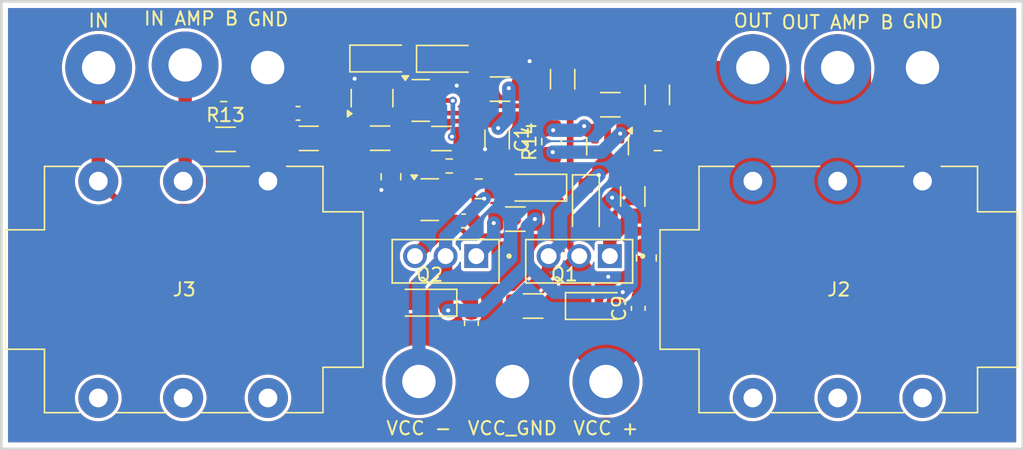
<source format=kicad_pcb>
(kicad_pcb (version 20241229) (generator "pcbnew") (generator_version "9.0")
  (layers (0 "F.Cu" signal) (2 "B.Cu" signal) (13 "F.Paste" user) (15 "B.Paste" user) (5 "F.SilkS" user "F.Silkscreen") (7 "B.SilkS" user "B.Silkscreen") (1 "F.Mask" user) (3 "B.Mask" user) (25 "Edge.Cuts" user))
  (net 0 "")
  (net 1 "Net-(C1-Pad2)")
  (net 2 "Net-(C1-Pad1)")
  (net 3 "Net-(C2-Pad2)")
  (net 4 "Net-(D1-A)")
  (net 5 "Net-(Q13-C)")
  (net 6 "Net-(D4-A)")
  (net 7 "Net-(D10-A)")
  (net 8 "Net-(C6-Pad1)")
  (net 9 "Net-(D2-A)")
  (net 10 "Net-(D9-K)")
  (net 11 "Net-(D1-K)")
  (net 12 "Net-(D2-K)")
  (net 13 "Net-(H1-Pad1)")
  (net 14 "Net-(H2-Pad1)")
  (net 15 "Net-(H9-Pad1)")
  (net 22 "Net-(Q1-E)")
  (net 23 "Net-(Q2-E)")
  (net 24 "Net-(Q3-B)")
  (net 25 "Net-(Q9-E)")
  (net 26 "Net-(Q12-E)")
  (net 27 "Net-(R15-Pad1)")
  (footprint "Diode_SMD:D_SOD-123F" (layer "F.Cu") (at 106.0325 85.84)
    (property "Reference" "D3")
    (property "Value" "SM4007PL")
    (pad "1" smd roundrect (at -1.4 0) (size 1.1 1.1) (layers "F.Cu" "F.Mask" "F.Paste") (roundrect_rratio 0.2272727273) (net 9 "Net-(D2-A)"))
    (pad "2" smd roundrect (at 1.4 0) (size 1.1 1.1) (layers "F.Cu" "F.Mask" "F.Paste") (roundrect_rratio 0.2272727273) (net 12 "Net-(D2-K)"))
  )
  (footprint "MountingHole:MountingHole_2.5mm_Pad" (layer "F.Cu") (at 86.5 86.3)
    (property "Reference" "H9")
    (property "Value" "IN AMP B" (at 0.45 -3.47 0) (layer "F.SilkS"))
    (pad "1" thru_hole circle (at 0 0) (size 5 5) (drill 2.5) (layers "*.Cu" "*.Mask") (net 15 "Net-(H9-Pad1)"))
  )
  (footprint "MountingHole:MountingHole_2.5mm_Pad" (layer "F.Cu") (at 135.35 86.5)
    (property "Reference" "H1")
    (property "Value" "OUT AMP B" (at 0 -3.39 0) (layer "F.SilkS"))
    (pad "1" thru_hole circle (at 0 0) (size 5 5) (drill 2.5) (layers "*.Cu" "*.Mask") (net 13 "Net-(H1-Pad1)"))
  )
  (footprint "Library:TO229P800X325X1420-3" (layer "F.Cu") (at 106 101 180)
    (property "Reference" "Q2" (at 1.19 -1.01 0) (layer "F.SilkS"))
    (property "Value" "MJE172G")
    (pad "1" thru_hole rect (at -2.29 0.3875 180) (size 1.785 1.785) (drill 1.19) (layers "*.Cu" "*.Mask") (net 23 "Net-(Q2-E)"))
    (pad "2" thru_hole circle (at 0 0.3875 180) (size 1.785 1.785) (drill 1.19) (layers "*.Cu" "*.Mask") (net 7 "Net-(D10-A)"))
    (pad "3" thru_hole circle (at 2.29 0.3875 180) (size 1.785 1.785) (drill 1.19) (layers "*.Cu" "*.Mask") (net 6 "Net-(D4-A)"))
  )
  (footprint "Package_TO_SOT_SMD:SOT-23" (layer "F.Cu") (at 104.81 96.385)
    (property "Reference" "Q9")
    (property "Value" "MMBT5551(RANGE:200-300)")
    (pad "1" smd roundrect (at -0.9375 -0.95) (size 1.475 0.6) (layers "F.Cu" "F.Mask" "F.Paste") (net 5 "Net-(Q13-C)"))
    (pad "2" smd roundrect (at -0.9375 0.95) (size 1.475 0.6) (layers "F.Cu" "F.Mask" "F.Paste") (net 25 "Net-(Q9-E)"))
    (pad "3" smd roundrect (at 0.9375 0) (size 1.475 0.6) (layers "F.Cu" "F.Mask" "F.Paste") (net 6 "Net-(D4-A)"))
  )
  (footprint "Resistor_SMD:R_1206_3216Metric" (layer "F.Cu") (at 105.68 91.81)
    (property "Reference" "R10")
    (property "Value" "1k")
    (pad "1" smd roundrect (at -1.4625 0) (size 1.125 1.75) (layers "F.Cu" "F.Mask" "F.Paste") (roundrect_rratio 0.222222) (net 5 "Net-(Q13-C)"))
    (pad "2" smd roundrect (at 1.4625 0) (size 1.125 1.75) (layers "F.Cu" "F.Mask" "F.Paste") (roundrect_rratio 0.222222) (net 7 "Net-(D10-A)"))
  )
  (footprint "Connector_Audio:Jack_6.35mm_Neutrik_NMJ6HCD2_Horizontal" (layer "F.Cu") (at 129 95)
    (property "Reference" "J2" (at 6.435 8.115 0) (layer "F.SilkS"))
    (property "Value" "AudioJack3_Switch")
    (pad "R" thru_hole circle (at 6.35 0) (size 3 3) (drill 1.4) (layers "*.Cu" "*.Mask") (net 13 "Net-(H1-Pad1)"))
    (pad "RN" thru_hole circle (at 6.35 16.23) (size 3 3) (drill 1.4) (layers "*.Cu" "*.Mask"))
    (pad "S" thru_hole circle (at 12.7 0) (size 3 3) (drill 1.4) (layers "*.Cu" "*.Mask") (net 1 "Net-(C1-Pad2)"))
    (pad "SN" thru_hole circle (at 12.7 16.23) (size 3 3) (drill 1.4) (layers "*.Cu" "*.Mask"))
    (pad "T" thru_hole circle (at 0 0) (size 3 3) (drill 1.4) (layers "*.Cu" "*.Mask") (net 4 "Net-(D1-A)"))
    (pad "TN" thru_hole circle (at 0 16.23) (size 3 3) (drill 1.4) (layers "*.Cu" "*.Mask"))
  )
  (footprint "MountingHole:MountingHole_2.5mm_Pad" (layer "F.Cu") (at 141.7 86.5)
    (property "Reference" "H7")
    (property "Value" "GND" (at 0 -3.45 0) (layer "F.SilkS"))
    (pad "1" thru_hole circle (at 0 0) (size 5 5) (drill 2.5) (layers "*.Cu" "*.Mask") (net 1 "Net-(C1-Pad2)"))
  )
  (footprint "Capacitor_SMD:C_0805_2012Metric" (layer "F.Cu") (at 108.48 95.575)
    (property "Reference" "C4")
    (property "Value" "10n")
    (pad "1" smd roundrect (at -0.95 0) (size 1 1.45) (layers "F.Cu" "F.Mask" "F.Paste") (net 5 "Net-(Q13-C)"))
    (pad "2" smd roundrect (at 0.95 0) (size 1 1.45) (layers "F.Cu" "F.Mask" "F.Paste") (net 7 "Net-(D10-A)"))
  )
  (footprint "Capacitor_SMD:C_0603_1608Metric" (layer "F.Cu") (at 120.42 104.525 90)
    (property "Reference" "C9" (at 0 -1.43 90) (layer "F.SilkS"))
    (property "Value" "100n")
    (pad "1" smd roundrect (at -0.775 0 90) (size 0.9 0.95) (layers "F.Cu" "F.Mask" "F.Paste") (net 10 "Net-(D9-K)"))
    (pad "2" smd roundrect (at 0.775 0 90) (size 0.9 0.95) (layers "F.Cu" "F.Mask" "F.Paste") (net 1 "Net-(C1-Pad2)"))
  )
  (footprint "Capacitor_SMD:C_0603_1608Metric" (layer "F.Cu") (at 94.95 89.925 180)
    (property "Reference" "C6")
    (property "Value" "220p")
    (pad "1" smd roundrect (at -0.775 0 180) (size 0.9 0.95) (layers "F.Cu" "F.Mask" "F.Paste") (net 8 "Net-(C6-Pad1)"))
    (pad "2" smd roundrect (at 0.775 0 180) (size 0.9 0.95) (layers "F.Cu" "F.Mask" "F.Paste") (net 1 "Net-(C1-Pad2)"))
  )
  (footprint "Package_TO_SOT_SMD:SOT-23" (layer "F.Cu") (at 104.1425 88.96)
    (property "Reference" "Q12")
    (property "Value" "MMBT5401")
    (pad "1" smd roundrect (at -0.9375 -0.95) (size 1.475 0.6) (layers "F.Cu" "F.Mask" "F.Paste") (net 12 "Net-(D2-K)"))
    (pad "2" smd roundrect (at -0.9375 0.95) (size 1.475 0.6) (layers "F.Cu" "F.Mask" "F.Paste") (net 26 "Net-(Q12-E)"))
    (pad "3" smd roundrect (at 0.9375 0) (size 1.475 0.6) (layers "F.Cu" "F.Mask" "F.Paste") (net 7 "Net-(D10-A)"))
  )
  (footprint "Capacitor_SMD:C_1206_3216Metric" (layer "F.Cu") (at 109.855 91.885 -90)
    (property "Reference" "C1" (at 0 -1.85 270) (layer "F.SilkS"))
    (property "Value" "100u")
    (pad "1" smd roundrect (at -1.475 0 270) (size 1.15 1.8) (layers "F.Cu" "F.Mask" "F.Paste") (roundrect_rratio 0.217391) (net 2 "Net-(C1-Pad1)"))
    (pad "2" smd roundrect (at 1.475 0 270) (size 1.15 1.8) (layers "F.Cu" "F.Mask" "F.Paste") (roundrect_rratio 0.217391) (net 1 "Net-(C1-Pad2)"))
  )
  (footprint "MountingHole:MountingHole_2.5mm_Pad" (layer "F.Cu") (at 104 110)
    (property "Reference" "H4")
    (property "Value" "VCC -" (at 0 3.5 0) (layer "F.SilkS"))
    (pad "1" thru_hole circle (at 0 0) (size 5 5) (drill 2.5) (layers "*.Cu" "*.Mask") (net 7 "Net-(D10-A)"))
  )
  (footprint "Connector_Audio:Jack_6.35mm_Neutrik_NMJ6HCD2_Horizontal" (layer "F.Cu") (at 80 95)
    (property "Reference" "J3" (at 6.435 8.115 0) (layer "F.SilkS"))
    (property "Value" "AudioJack3_Switch")
    (pad "R" thru_hole circle (at 6.35 0) (size 3 3) (drill 1.4) (layers "*.Cu" "*.Mask") (net 15 "Net-(H9-Pad1)"))
    (pad "RN" thru_hole circle (at 6.35 16.23) (size 3 3) (drill 1.4) (layers "*.Cu" "*.Mask"))
    (pad "S" thru_hole circle (at 12.7 0) (size 3 3) (drill 1.4) (layers "*.Cu" "*.Mask") (net 1 "Net-(C1-Pad2)"))
    (pad "SN" thru_hole circle (at 12.7 16.23) (size 3 3) (drill 1.4) (layers "*.Cu" "*.Mask"))
    (pad "T" thru_hole circle (at 0 0) (size 3 3) (drill 1.4) (layers "*.Cu" "*.Mask") (net 14 "Net-(H2-Pad1)"))
    (pad "TN" thru_hole circle (at 0 16.23) (size 3 3) (drill 1.4) (layers "*.Cu" "*.Mask"))
  )
  (footprint "Capacitor_SMD:C_0805_2012Metric" (layer "F.Cu") (at 121.88 91.98)
    (property "Reference" "C2")
    (property "Value" "10n")
    (pad "1" smd roundrect (at -0.95 0) (size 1 1.45) (layers "F.Cu" "F.Mask" "F.Paste") (net 4 "Net-(D1-A)"))
    (pad "2" smd roundrect (at 0.95 0) (size 1 1.45) (layers "F.Cu" "F.Mask" "F.Paste") (net 3 "Net-(C2-Pad2)"))
  )
  (footprint "Resistor_SMD:R_0603_1608Metric" (layer "F.Cu") (at 106.27 93.865)
    (property "Reference" "R4")
    (property "Value" "75")
    (pad "1" smd roundrect (at -0.825 0) (size 0.8 0.95) (layers "F.Cu" "F.Mask" "F.Paste") (net 25 "Net-(Q9-E)"))
    (pad "2" smd roundrect (at 0.825 0) (size 0.8 0.95) (layers "F.Cu" "F.Mask" "F.Paste") (net 7 "Net-(D10-A)"))
  )
  (footprint "MountingHole:MountingHole_2.5mm_Pad" (layer "F.Cu") (at 118 110)
    (property "Reference" "H3")
    (property "Value" "VCC +" (at 0 3.5 0) (layer "F.SilkS"))
    (pad "1" thru_hole circle (at 0 0) (size 5 5) (drill 2.5) (layers "*.Cu" "*.Mask") (net 10 "Net-(D9-K)"))
  )
  (footprint "Diode_SMD:D_SOD-123F" (layer "F.Cu") (at 101.0425 85.82)
    (property "Reference" "D2")
    (property "Value" "SM4007PL")
    (pad "1" smd roundrect (at -1.4 0) (size 1.1 1.1) (layers "F.Cu" "F.Mask" "F.Paste") (roundrect_rratio 0.2272727273) (net 12 "Net-(D2-K)"))
    (pad "2" smd roundrect (at 1.4 0) (size 1.1 1.1) (layers "F.Cu" "F.Mask" "F.Paste") (roundrect_rratio 0.2272727273) (net 9 "Net-(D2-A)"))
  )
  (footprint "Capacitor_SMD:C_0603_1608Metric" (layer "F.Cu") (at 107.345 97.98 180)
    (property "Reference" "C3")
    (property "Value" "1n")
    (pad "1" smd roundrect (at -0.775 0 180) (size 0.9 0.95) (layers "F.Cu" "F.Mask" "F.Paste") (net 5 "Net-(Q13-C)"))
    (pad "2" smd roundrect (at 0.775 0 180) (size 0.9 0.95) (layers "F.Cu" "F.Mask" "F.Paste") (net 6 "Net-(D4-A)"))
  )
  (footprint "Package_TO_SOT_SMD:SOT-23" (layer "F.Cu") (at 118.1225 92.38 -90)
    (property "Reference" "Q3")
    (property "Value" "MMBT5551(RANGE:200-300)")
    (pad "1" smd roundrect (at -0.9375 -0.95 270) (size 1.475 0.6) (layers "F.Cu" "F.Mask" "F.Paste") (net 24 "Net-(Q3-B)"))
    (pad "2" smd roundrect (at -0.9375 0.95 270) (size 1.475 0.6) (layers "F.Cu" "F.Mask" "F.Paste") (net 6 "Net-(D4-A)"))
    (pad "3" smd roundrect (at 0.9375 0 270) (size 1.475 0.6) (layers "F.Cu" "F.Mask" "F.Paste") (net 11 "Net-(D1-K)"))
  )
  (footprint "MountingHole:MountingHole_2.5mm_Pad" (layer "F.Cu") (at 129 86.5)
    (property "Reference" "H8")
    (property "Value" "OUT" (at 0 -3.51 0) (layer "F.SilkS"))
    (pad "1" thru_hole circle (at 0 0) (size 5 5) (drill 2.5) (layers "*.Cu" "*.Mask") (net 4 "Net-(D1-A)"))
  )
  (footprint "Resistor_SMD:R_0805_2012Metric" (layer "F.Cu") (at 121.03 100.7525 -90)
    (property "Reference" "R12")
    (property "Value" "51")
    (pad "1" smd roundrect (at -0.9125 0 270) (size 1.025 1.4) (layers "F.Cu" "F.Mask" "F.Paste") (roundrect_rratio 0.243902) (net 3 "Net-(C2-Pad2)"))
    (pad "2" smd roundrect (at 0.9125 0 270) (size 1.025 1.4) (layers "F.Cu" "F.Mask" "F.Paste") (roundrect_rratio 0.243902) (net 1 "Net-(C1-Pad2)"))
  )
  (footprint "Diode_SMD:D_SOD-123F" (layer "F.Cu") (at 117.1825 104.35)
    (property "Reference" "D9")
    (property "Value" "SM4007PL")
    (pad "1" smd roundrect (at -1.4 0) (size 1.1 1.1) (layers "F.Cu" "F.Mask" "F.Paste") (roundrect_rratio 0.2272727273) (net 10 "Net-(D9-K)"))
    (pad "2" smd roundrect (at 1.4 0) (size 1.1 1.1) (layers "F.Cu" "F.Mask" "F.Paste") (roundrect_rratio 0.2272727273) (net 4 "Net-(D1-A)"))
  )
  (footprint "Capacitor_SMD:C_1206_3216Metric" (layer "F.Cu") (at 95.75 91.8)
    (property "Reference" "C7")
    (property "Value" "22u")
    (pad "1" smd roundrect (at -1.475 0) (size 1.15 1.8) (layers "F.Cu" "F.Mask" "F.Paste") (roundrect_rratio 0.217391) (net 8 "Net-(C6-Pad1)"))
    (pad "2" smd roundrect (at 1.475 0) (size 1.15 1.8) (layers "F.Cu" "F.Mask" "F.Paste") (roundrect_rratio 0.217391) (net 9 "Net-(D2-A)"))
  )
  (footprint "Capacitor_SMD:C_0603_1608Metric" (layer "F.Cu") (at 107.93 105.66 -90)
    (property "Reference" "C8")
    (property "Value" "100n")
    (pad "1" smd roundrect (at -0.775 0 270) (size 0.9 0.95) (layers "F.Cu" "F.Mask" "F.Paste") (net 7 "Net-(D10-A)"))
    (pad "2" smd roundrect (at 0.775 0 270) (size 0.9 0.95) (layers "F.Cu" "F.Mask" "F.Paste") (net 1 "Net-(C1-Pad2)"))
  )
  (footprint "Diode_SMD:D_SOD-123F" (layer "F.Cu") (at 112.8475 95.49 180)
    (property "Reference" "D4")
    (property "Value" "SM4007PL")
    (pad "1" smd roundrect (at -1.4 0 180) (size 1.1 1.1) (layers "F.Cu" "F.Mask" "F.Paste") (roundrect_rratio 0.2272727273) (net 4 "Net-(D1-A)"))
    (pad "2" smd roundrect (at 1.4 0 180) (size 1.1 1.1) (layers "F.Cu" "F.Mask" "F.Paste") (roundrect_rratio 0.2272727273) (net 6 "Net-(D4-A)"))
  )
  (footprint "Resistor_SMD:R_1206_3216Metric" (layer "F.Cu") (at 121.85 88.54 -90)
    (property "Reference" "R6")
    (property "Value" "10k")
    (pad "1" smd roundrect (at -1.4625 0 270) (size 1.125 1.75) (layers "F.Cu" "F.Mask" "F.Paste") (roundrect_rratio 0.222222) (net 12 "Net-(D2-K)"))
    (pad "2" smd roundrect (at 1.4625 0 270) (size 1.125 1.75) (layers "F.Cu" "F.Mask" "F.Paste") (roundrect_rratio 0.222222) (net 4 "Net-(D1-A)"))
  )
  (footprint "Resistor_SMD:R_1206_3216Metric" (layer "F.Cu") (at 101.0925 91.785)
    (property "Reference" "R9")
    (property "Value" "10k")
    (pad "1" smd roundrect (at -1.4625 0) (size 1.125 1.75) (layers "F.Cu" "F.Mask" "F.Paste") (roundrect_rratio 0.222222) (net 9 "Net-(D2-A)"))
    (pad "2" smd roundrect (at 1.4625 0) (size 1.125 1.75) (layers "F.Cu" "F.Mask" "F.Paste") (roundrect_rratio 0.222222) (net 27 "Net-(R15-Pad1)"))
  )
  (footprint "MountingHole:MountingHole_2.5mm_Pad" (layer "F.Cu") (at 92.675 86.5)
    (property "Reference" "H5")
    (property "Value" "GND" (at 0.025 -3.61 0) (layer "F.SilkS"))
    (pad "1" thru_hole circle (at 0 0) (size 5 5) (drill 2.5) (layers "*.Cu" "*.Mask") (net 1 "Net-(C1-Pad2)"))
  )
  (footprint "Resistor_SMD:R_0805_2012Metric_Pad1.20x1.40mm_HandSolder" (layer "F.Cu") (at 113.93 92.0425 90)
    (property "Reference" "R14" (at 0 -1.65 90) (layer "F.SilkS"))
    (property "Value" "510")
    (pad "1" smd roundrect (at -1 0 90) (size 1.2 1.4) (layers "F.Cu" "F.Mask" "F.Paste") (roundrect_rratio 0.208333) (net 24 "Net-(Q3-B)"))
    (pad "2" smd roundrect (at 1 0 90) (size 1.2 1.4) (layers "F.Cu" "F.Mask" "F.Paste") (roundrect_rratio 0.208333) (net 6 "Net-(D4-A)"))
  )
  (footprint "Resistor_SMD:R_1206_3216Metric" (layer "F.Cu") (at 89.525 91.875)
    (property "Reference" "R13" (at 0 -1.82 0) (layer "F.SilkS"))
    (property "Value" "100k")
    (pad "1" smd roundrect (at -1.4625 0) (size 1.125 1.75) (layers "F.Cu" "F.Mask" "F.Paste") (roundrect_rratio 0.222222) (net 14 "Net-(H2-Pad1)"))
    (pad "2" smd roundrect (at 1.4625 0) (size 1.125 1.75) (layers "F.Cu" "F.Mask" "F.Paste") (roundrect_rratio 0.222222) (net 1 "Net-(C1-Pad2)"))
  )
  (footprint "Resistor_SMD:R_1206_3216Metric" (layer "F.Cu") (at 111.22 97.84 180)
    (property "Reference" "R1")
    (property "Value" "10")
    (pad "1" smd roundrect (at -1.4625 0 180) (size 1.125 1.75) (layers "F.Cu" "F.Mask" "F.Paste") (roundrect_rratio 0.222222) (net 4 "Net-(D1-A)"))
    (pad "2" smd roundrect (at 1.4625 0 180) (size 1.125 1.75) (layers "F.Cu" "F.Mask" "F.Paste") (roundrect_rratio 0.222222) (net 23 "Net-(Q2-E)"))
  )
  (footprint "Resistor_SMD:R_1206_3216Metric" (layer "F.Cu") (at 118.33 89.28)
    (property "Reference" "R11")
    (property "Value" "1k")
    (pad "1" smd roundrect (at -1.4625 0) (size 1.125 1.75) (layers "F.Cu" "F.Mask" "F.Paste") (roundrect_rratio 0.222222) (net 11 "Net-(D1-K)"))
    (pad "2" smd roundrect (at 1.4625 0) (size 1.125 1.75) (layers "F.Cu" "F.Mask" "F.Paste") (roundrect_rratio 0.222222) (net 24 "Net-(Q3-B)"))
  )
  (footprint "Resistor_SMD:R_1206_3216Metric" (layer "F.Cu") (at 110.07 88.11)
    (property "Reference" "R7")
    (property "Value" "2k")
    (pad "1" smd roundrect (at -1.4625 0) (size 1.125 1.75) (layers "F.Cu" "F.Mask" "F.Paste") (roundrect_rratio 0.222222) (net 12 "Net-(D2-K)"))
    (pad "2" smd roundrect (at 1.4625 0) (size 1.125 1.75) (layers "F.Cu" "F.Mask" "F.Paste") (roundrect_rratio 0.222222) (net 2 "Net-(C1-Pad1)"))
  )
  (footprint "Resistor_SMD:R_1206_3216Metric" (layer "F.Cu") (at 120.01 96.15 90)
    (property "Reference" "R2")
    (property "Value" "10")
    (pad "1" smd roundrect (at -1.4625 0 90) (size 1.125 1.75) (layers "F.Cu" "F.Mask" "F.Paste") (roundrect_rratio 0.222222) (net 22 "Net-(Q1-E)"))
    (pad "2" smd roundrect (at 1.4625 0 90) (size 1.125 1.75) (layers "F.Cu" "F.Mask" "F.Paste") (roundrect_rratio 0.222222) (net 4 "Net-(D1-A)"))
  )
  (footprint "Library:TO229P800X325X1420-3" (layer "F.Cu") (at 116 101 180)
    (property "Reference" "Q1" (at 1.11 -0.98 0) (layer "F.SilkS"))
    (property "Value" "MJE182G")
    (pad "1" thru_hole rect (at -2.29 0.3875 180) (size 1.785 1.785) (drill 1.19) (layers "*.Cu" "*.Mask") (net 22 "Net-(Q1-E)"))
    (pad "2" thru_hole circle (at 0 0.3875 180) (size 1.785 1.785) (drill 1.19) (layers "*.Cu" "*.Mask") (net 10 "Net-(D9-K)"))
    (pad "3" thru_hole circle (at 2.29 0.3875 180) (size 1.785 1.785) (drill 1.19) (layers "*.Cu" "*.Mask") (net 11 "Net-(D1-K)"))
  )
  (footprint "MountingHole:MountingHole_2.5mm_Pad" (layer "F.Cu") (at 80.025 86.5)
    (property "Reference" "H2")
    (property "Value" "IN" (at 0 -3.51 0) (layer "F.SilkS"))
    (pad "1" thru_hole circle (at 0 0) (size 5 5) (drill 2.5) (layers "*.Cu" "*.Mask") (net 14 "Net-(H2-Pad1)"))
  )
  (footprint "Package_TO_SOT_SMD:SOT-23" (layer "F.Cu") (at 100.4925 88.785 90)
    (property "Reference" "Q13")
    (property "Value" "MMBT5401")
    (pad "1" smd roundrect (at -0.9375 -0.95 90) (size 1.475 0.6) (layers "F.Cu" "F.Mask" "F.Paste") (net 9 "Net-(D2-A)"))
    (pad "2" smd roundrect (at -0.9375 0.95 90) (size 1.475 0.6) (layers "F.Cu" "F.Mask" "F.Paste") (net 26 "Net-(Q12-E)"))
    (pad "3" smd roundrect (at 0.9375 0 90) (size 1.475 0.6) (layers "F.Cu" "F.Mask" "F.Paste") (net 5 "Net-(Q13-C)"))
  )
  (footprint "Diode_SMD:D_SOD-123F" (layer "F.Cu") (at 116.5 96.74 -90)
    (property "Reference" "D1")
    (property "Value" "SM4007PL")
    (pad "1" smd roundrect (at -1.4 0 270) (size 1.1 1.1) (layers "F.Cu" "F.Mask" "F.Paste") (roundrect_rratio 0.2272727273) (net 11 "Net-(D1-K)"))
    (pad "2" smd roundrect (at 1.4 0 270) (size 1.1 1.1) (layers "F.Cu" "F.Mask" "F.Paste") (roundrect_rratio 0.2272727273) (net 4 "Net-(D1-A)"))
  )
  (footprint "Resistor_SMD:R_0805_2012Metric" (layer "F.Cu") (at 101.905 94.6725 -90)
    (property "Reference" "R15")
    (property "Value" "200")
    (pad "1" smd roundrect (at -0.9125 0 270) (size 1.025 1.4) (layers "F.Cu" "F.Mask" "F.Paste") (roundrect_rratio 0.243902) (net 27 "Net-(R15-Pad1)"))
    (pad "2" smd roundrect (at 0.9125 0 270) (size 1.025 1.4) (layers "F.Cu" "F.Mask" "F.Paste") (roundrect_rratio 0.243902) (net 1 "Net-(C1-Pad2)"))
  )
  (footprint "MountingHole:MountingHole_2.5mm_Pad" (layer "F.Cu") (at 111 110)
    (property "Reference" "H6")
    (property "Value" "VCC_GND" (at 0 3.5 0) (layer "F.SilkS"))
    (pad "1" thru_hole circle (at 0 0) (size 5 5) (drill 2.5) (layers "*.Cu" "*.Mask") (net 1 "Net-(C1-Pad2)"))
  )
  (footprint "Resistor_SMD:R_0805_2012Metric" (layer "F.Cu") (at 89.3875 89.775)
    (property "Reference" "R8")
    (property "Value" "200")
    (pad "1" smd roundrect (at -0.9125 0) (size 1.025 1.4) (layers "F.Cu" "F.Mask" "F.Paste") (roundrect_rratio 0.243902) (net 14 "Net-(H2-Pad1)"))
    (pad "2" smd roundrect (at 0.9125 0) (size 1.025 1.4) (layers "F.Cu" "F.Mask" "F.Paste") (roundrect_rratio 0.243902) (net 8 "Net-(C6-Pad1)"))
  )
  (footprint "Resistor_SMD:R_1206_3216Metric" (layer "F.Cu") (at 112.55 104.35 180)
    (property "Reference" "R5")
    (property "Value" "2k")
    (pad "1" smd roundrect (at -1.4625 0 180) (size 1.125 1.75) (layers "F.Cu" "F.Mask" "F.Paste") (roundrect_rratio 0.222222) (net 10 "Net-(D9-K)"))
    (pad "2" smd roundrect (at 1.4625 0 180) (size 1.125 1.75) (layers "F.Cu" "F.Mask" "F.Paste") (roundrect_rratio 0.222222) (net 11 "Net-(D1-K)"))
  )
  (footprint "Resistor_SMD:R_1206_3216Metric" (layer "F.Cu") (at 114.76 87.37 90)
    (property "Reference" "R3")
    (property "Value" "4k7")
    (pad "1" smd roundrect (at -1.4625 0 90) (size 1.125 1.75) (layers "F.Cu" "F.Mask" "F.Paste") (roundrect_rratio 0.222222) (net 10 "Net-(D9-K)"))
    (pad "2" smd roundrect (at 1.4625 0 90) (size 1.125 1.75) (layers "F.Cu" "F.Mask" "F.Paste") (roundrect_rratio 0.222222) (net 26 "Net-(Q12-E)"))
  )
  (footprint "Diode_SMD:D_SOD-123F" (layer "F.Cu") (at 104.6275 104.1 180)
    (property "Reference" "D10")
    (property "Value" "SM4007PL")
    (pad "1" smd roundrect (at -1.4 0 180) (size 1.1 1.1) (layers "F.Cu" "F.Mask" "F.Paste") (roundrect_rratio 0.2272727273) (net 4 "Net-(D1-A)"))
    (pad "2" smd roundrect (at 1.4 0 180) (size 1.1 1.1) (layers "F.Cu" "F.Mask" "F.Paste") (roundrect_rratio 0.2272727273) (net 7 "Net-(D10-A)"))
  )
  (gr_rect (start 72.74 81.54) (end 149.21 115.05) (stroke (width 0.2)) (fill no) (layer "Edge.Cuts"))
  (segment (start 123.951386 101.811386) (end 122.848614 101.811386) (width 1) (layer "F.Cu") (net 1))
  (segment (start 111 110) (end 111 109.505) (width 1) (layer "F.Cu") (net 1))
  (segment (start 94.175 89.925) (end 93.68 89.925) (width 1) (layer "F.Cu") (net 1))
  (segment (start 93.68 89.925) (end 93.3 89.925) (width 1) (layer "F.Cu") (net 1))
  (segment (start 111 109.505) (end 107.93 106.435) (width 1) (layer "F.Cu") (net 1))
  (segment (start 114.201 113.201) (end 119.325898 113.201) (width 1) (layer "F.Cu") (net 1))
  (segment (start 138.58132 100.24) (end 126.95 100.24) (width 5) (layer "F.Cu") (net 1))
  (segment (start 111 110) (end 114.201 113.201) (width 1) (layer "F.Cu") (net 1))
  (segment (start 126.95 100.24) (end 125.522772 100.24) (width 5) (layer "F.Cu") (net 1))
  (segment (start 93.3 89.925) (end 92.675 90.55) (width 1) (layer "F.Cu") (net 1))
  (segment (start 121.03 101.665) (end 121.03 103.14) (width 1) (layer "F.Cu") (net 1))
  (segment (start 109.7 93.36) (end 108.95 92.61) (width 1) (layer "F.Cu") (net 1))
  (segment (start 101.905 95.585) (end 101.265 95.585) (width 1) (layer "F.Cu") (net 1))
  (segment (start 92.675 90.55) (end 92.675 94.975) (width 1) (layer "F.Cu") (net 1))
  (segment (start 92.675 86.5) (end 92.675 90.55) (width 1) (layer "F.Cu") (net 1))
  (segment (start 92.675 94.975) (end 92.7 95) (width 1) (layer "F.Cu") (net 1))
  (segment (start 141.7 86.5) (end 141.7 95) (width 5) (layer "F.Cu") (net 1))
  (segment (start 107.93 106.435) (end 103.610656 106.435) (width 1) (layer "F.Cu") (net 1))
  (segment (start 125.522772 100.24) (end 123.951386 101.811386) (width 5) (layer "F.Cu") (net 1))
  (segment (start 141.7 97.12132) (end 138.58132 100.24) (width 5) (layer "F.Cu") (net 1))
  (segment (start 121.4 103.75) (end 123.44 103.75) (width 1) (layer "F.Cu") (net 1))
  (segment (start 103.610656 106.435) (end 101.905 104.729344) (width 1) (layer "F.Cu") (net 1))
  (segment (start 121.4 103.75) (end 122.012772 103.75) (width 1) (layer "F.Cu") (net 1))
  (segment (start 122.012772 103.75) (end 123.951386 101.811386) (width 1) (layer "F.Cu") (net 1))
  (segment (start 101.905 104.729344) (end 101.905 95.585) (width 1) (layer "F.Cu") (net 1))
  (segment (start 121.03 103.14) (end 120.42 103.75) (width 1) (layer "F.Cu") (net 1))
  (segment (start 122.848614 101.811386) (end 121.63 103.03) (width 1) (layer "F.Cu") (net 1))
  (segment (start 101.265 95.585) (end 101.19 95.66) (width 1) (layer "F.Cu") (net 1))
  (segment (start 93.68 89.925) (end 92.9375 89.925) (width 1) (layer "F.Cu") (net 1))
  (segment (start 123.805 101.665) (end 121.03 101.665) (width 1) (layer "F.Cu") (net 1))
  (segment (start 92.9375 89.925) (end 90.9875 91.875) (width 1) (layer "F.Cu") (net 1))
  (segment (start 123.44 103.75) (end 126.95 100.24) (width 1) (layer "F.Cu") (net 1))
  (segment (start 109.855 93.36) (end 109.7 93.36) (width 1) (layer "F.Cu") (net 1))
  (segment (start 123.951386 101.811386) (end 123.805 101.665) (width 1) (layer "F.Cu") (net 1))
  (segment (start 141.7 95) (end 141.7 97.12132) (width 5) (layer "F.Cu") (net 1))
  (segment (start 123.951386 108.575512) (end 123.951386 101.811386) (width 1) (layer "F.Cu") (net 1))
  (segment (start 119.325898 113.201) (end 123.951386 108.575512) (width 1) (layer "F.Cu") (net 1))
  (segment (start 120.42 103.75) (end 121.4 103.75) (width 1) (layer "F.Cu") (net 1))
  (via (at 101.19 95.66) (size 0.6) (drill 0.3) (layers "F.Cu" "B.Cu") (net 1))
  (via (at 106.83 87.85) (size 0.6) (drill 0.3) (layers "F.Cu" "B.Cu") (net 1))
  (via (at 118.17 102.16) (size 0.6) (drill 0.3) (layers "F.Cu" "B.Cu") (net 1))
  (via (at 112.29 86.02) (size 0.6) (drill 0.3) (layers "F.Cu" "B.Cu") (net 1))
  (via (at 108.95 92.61) (size 0.6) (drill 0.3) (layers "F.Cu" "B.Cu") (net 1))
  (via (at 99.19 87.33) (size 0.6) (drill 0.3) (layers "F.Cu" "B.Cu") (net 1))
  (segment (start 98.91 95.66) (end 93.36 95.66) (width 1) (layer "B.Cu") (net 1))
  (segment (start 105.9 95.66) (end 101.19 95.66) (width 1) (layer "B.Cu") (net 1))
  (segment (start 101.19 95.66) (end 98.91 95.66) (width 1) (layer "B.Cu") (net 1))
  (segment (start 93.36 95.66) (end 92.7 95) (width 1) (layer "B.Cu") (net 1))
  (segment (start 108.95 92.61) (end 105.9 95.66) (width 1) (layer "B.Cu") (net 1))
  (segment (start 111.4625 88.04) (end 111.5325 88.11) (width 1) (layer "F.Cu") (net 2))
  (segment (start 110.73 88.04) (end 111.4625 88.04) (width 1) (layer "F.Cu") (net 2))
  (segment (start 109.93 90.485) (end 109.855 90.41) (width 1) (layer "F.Cu") (net 2))
  (segment (start 109.93 91.03) (end 109.93 90.485) (width 1) (layer "F.Cu") (net 2))
  (via (at 110.73 88.04) (size 0.6) (drill 0.3) (layers "F.Cu" "B.Cu") (net 2))
  (via (at 109.93 91.03) (size 0.6) (drill 0.3) (layers "F.Cu" "B.Cu") (net 2))
  (segment (start 110.73 90.23) (end 109.93 91.03) (width 1) (layer "B.Cu") (net 2))
  (segment (start 110.73 88.04) (end 110.73 90.23) (width 1) (layer "B.Cu") (net 2))
  (segment (start 122.83 98.04) (end 121.03 99.84) (width 1) (layer "F.Cu") (net 3))
  (segment (start 122.83 91.98) (end 122.83 98.04) (width 1) (layer "F.Cu") (net 3))
  (segment (start 112.6825 97.84) (end 112.6825 97.055) (width 1) (layer "F.Cu") (net 4))
  (segment (start 124.1575 90.0025) (end 127.66 86.5) (width 1) (layer "F.Cu") (net 4))
  (segment (start 122.06 89) (end 123.7 89) (width 1) (layer "F.Cu") (net 4))
  (segment (start 116.5575 98.14) (end 118.46375 96.23375) (width 1) (layer "F.Cu") (net 4))
  (segment (start 121.85 90.0025) (end 121.85 89.21) (width 1) (layer "F.Cu") (net 4))
  (segment (start 121.85 89.21) (end 122.06 89) (width 1) (layer "F.Cu") (net 4))
  (segment (start 106.0275 104.1) (end 106.0275 104.5175) (width 1) (layer "F.Cu") (net 4))
  (segment (start 127.66 86.5) (end 129 86.5) (width 1) (layer "F.Cu") (net 4))
  (segment (start 123.82 89.12) (end 126.39 86.55) (width 1) (layer "F.Cu") (net 4))
  (segment (start 112.6825 97.055) (end 114.2475 95.49) (width 1) (layer "F.Cu") (net 4))
  (segment (start 129 86.5) (end 129 95) (width 5) (layer "F.Cu") (net 4))
  (segment (start 106.0275 104.5175) (end 106.19 104.68) (width 1) (layer "F.Cu") (net 4))
  (segment (start 123.7 89) (end 123.82 89.12) (width 1) (layer "F.Cu") (net 4))
  (segment (start 118.46375 96.23375) (end 120.01 94.6875) (width 1) (layer "F.Cu") (net 4))
  (segment (start 121.85 90.0025) (end 121.2875 90.565) (width 1) (layer "F.Cu") (net 4))
  (segment (start 121.85 90.0025) (end 124.1575 90.0025) (width 1) (layer "F.Cu") (net 4))
  (segment (start 121.2875 90.565) (end 121.2875 93.41) (width 1) (layer "F.Cu") (net 4))
  (segment (start 116.5 98.14) (end 116.5575 98.14) (width 1) (layer "F.Cu") (net 4))
  (segment (start 126.39 86.49) (end 126.39 86.55) (width 1) (layer "F.Cu") (net 4))
  (segment (start 121.2875 93.41) (end 120.01 94.6875) (width 1) (layer "F.Cu") (net 4))
  (segment (start 118.5825 103.9875) (end 119.26 103.31) (width 1) (layer "F.Cu") (net 4))
  (segment (start 118.5825 104.35) (end 118.5825 103.9875) (width 1) (layer "F.Cu") (net 4))
  (via (at 119.26 103.31) (size 0.6) (drill 0.3) (layers "F.Cu" "B.Cu") (net 4))
  (via (at 112.6825 97.84) (size 0.6) (drill 0.3) (layers "F.Cu" "B.Cu") (net 4))
  (via (at 106.19 104.68) (size 0.6) (drill 0.3) (layers "F.Cu" "B.Cu") (net 4))
  (via (at 118.46375 96.23375) (size 0.6) (drill 0.3) (layers "F.Cu" "B.Cu") (net 4))
  (segment (start 112.1165 101.27255) (end 112.1165 98.406) (width 1) (layer "B.Cu") (net 4))
  (segment (start 106.19 104.68) (end 108.70905 104.68) (width 1) (layer "B.Cu") (net 4))
  (segment (start 119.26 103.31) (end 119.8835 102.6865) (width 1) (layer "B.Cu") (net 4))
  (segment (start 119.8835 97.6535) (end 118.46375 96.23375) (width 1) (layer "B.Cu") (net 4))
  (segment (start 119.8835 102.6865) (end 119.8835 97.6535) (width 1) (layer "B.Cu") (net 4))
  (segment (start 119.26 103.31) (end 114.15395 103.31) (width 1) (layer "B.Cu") (net 4))
  (segment (start 108.70905 104.68) (end 112.1165 101.27255) (width 1) (layer "B.Cu") (net 4))
  (segment (start 112.1165 98.406) (end 112.6825 97.84) (width 1) (layer "B.Cu") (net 4))
  (segment (start 114.15395 103.31) (end 112.1165 101.27255) (width 1) (layer "B.Cu") (net 4))
  (segment (start 103.086 94.6485) (end 103.8725 95.435) (width 0.35) (layer "F.Cu") (net 5))
  (segment (start 108.12 96.165) (end 107.53 95.575) (width 0.35) (layer "F.Cu") (net 5))
  (segment (start 101.188774 94.6485) (end 102.621226 94.6485) (width 0.35) (layer "F.Cu") (net 5))
  (segment (start 107.03 95.575) (end 106.221 94.766) (width 0.35) (layer "F.Cu") (net 5))
  (segment (start 102.621226 94.6485) (end 103.086 94.6485) (width 0.35) (layer "F.Cu") (net 5))
  (segment (start 104.2175 93.052226) (end 104.2175 91.81) (width 0.35) (layer "F.Cu") (net 5))
  (segment (start 105.88913 93.014) (end 104.255726 93.014) (width 0.35) (layer "F.Cu") (net 5))
  (segment (start 100.7665 94.226226) (end 101.188774 94.6485) (width 0.35) (layer "F.Cu") (net 5))
  (segment (start 100.4925 87.8475) (end 100.7665 88.1215) (width 0.35) (layer "F.Cu") (net 5))
  (segment (start 108.12 97.98) (end 108.12 96.165) (width 0.35) (layer "F.Cu") (net 5))
  (segment (start 106.221 94.766) (end 106.221 93.34587) (width 0.35) (layer "F.Cu") (net 5))
  (segment (start 106.221 93.34587) (end 105.88913 93.014) (width 0.35) (layer "F.Cu") (net 5))
  (segment (start 105.031936 93.089) (end 105.858064 93.089) (width 0.2) (layer "F.Cu") (net 5))
  (segment (start 102.621226 94.6485) (end 104.2175 93.052226) (width 0.35) (layer "F.Cu") (net 5))
  (segment (start 100.7665 88.1215) (end 100.7665 94.226226) (width 0.35) (layer "F.Cu") (net 5))
  (segment (start 104.255726 93.014) (end 104.2175 93.052226) (width 0.35) (layer "F.Cu") (net 5))
  (segment (start 107.53 95.575) (end 107.03 95.575) (width 0.35) (layer "F.Cu") (net 5))
  (segment (start 111.4475 97.979726) (end 111.4475 95.49) (width 0.35) (layer "F.Cu") (net 6))
  (segment (start 114.05 91.19) (end 114.05 90.7) (width 0.35) (layer "F.Cu") (net 6))
  (segment (start 107.681 99.091) (end 110.336226 99.091) (width 0.35) (layer "F.Cu") (net 6))
  (segment (start 110.336226 99.091) (end 111.4475 97.979726) (width 0.35) (layer "F.Cu") (net 6))
  (segment (start 106.3425 97.98) (end 106.57 97.98) (width 1) (layer "F.Cu") (net 6))
  (segment (start 113.4675 91.0425) (end 111.906 92.604) (width 1) (layer "F.Cu") (net 6))
  (segment (start 113.93 91.0425) (end 113.4675 91.0425) (width 1) (layer "F.Cu") (net 6))
  (segment (start 117.1725 91.4425) (end 116.9325 91.4425) (width 1) (layer "F.Cu") (net 6))
  (segment (start 114.05 90.7) (end 113.93 90.58) (width 0.35) (layer "F.Cu") (net 6))
  (segment (start 116.9325 91.4425) (end 116.37 90.88) (width 1) (layer "F.Cu") (net 6))
  (segment (start 105.7475 96.385) (end 105.7475 97.1575) (width 0.35) (layer "F.Cu") (net 6))
  (segment (start 111.906 95.0315) (end 111.906 92.604) (width 1) (layer "F.Cu") (net 6))
  (segment (start 105.7475 97.1575) (end 106.57 97.98) (width 0.35) (layer "F.Cu") (net 6))
  (segment (start 111.4475 95.49) (end 111.906 95.0315) (width 1) (layer "F.Cu") (net 6))
  (segment (start 103.71 100.6125) (end 106.3425 97.98) (width 1) (layer "F.Cu") (net 6))
  (segment (start 106.57 97.98) (end 107.681 99.091) (width 0.35) (layer "F.Cu") (net 6))
  (via (at 114.05 91.19) (size 0.6) (drill 0.3) (layers "F.Cu" "B.Cu") (net 6))
  (via (at 116.37 90.88) (size 0.6) (drill 0.3) (layers "F.Cu" "B.Cu") (net 6))
  (segment (start 116.06 91.19) (end 116.37 90.88) (width 1) (layer "B.Cu") (net 6))
  (segment (start 114.05 91.19) (end 116.06 91.19) (width 1) (layer "B.Cu") (net 6))
  (segment (start 106 102.120656) (end 107.93 104.050656) (width 1) (layer "F.Cu") (net 7))
  (segment (start 109.43 95.77) (end 108.89 96.31) (width 0.35) (layer "F.Cu") (net 7))
  (segment (start 107.1425 91.81) (end 107.1425 93.8175) (width 0.35) (layer "F.Cu") (net 7))
  (segment (start 107.72 93.865) (end 109.43 95.575) (width 0.35) (layer "F.Cu") (net 7))
  (segment (start 107.095 93.865) (end 107.72 93.865) (width 0.35) (layer "F.Cu") (net 7))
  (segment (start 107.0025 91.67) (end 107.1425 91.81) (width 0.35) (layer "F.Cu") (net 7))
  (segment (start 107.1425 93.8175) (end 107.095 93.865) (width 0.35) (layer "F.Cu") (net 7))
  (segment (start 109.43 95.575) (end 109.43 95.77) (width 0.35) (layer "F.Cu") (net 7))
  (segment (start 103.2275 103.385) (end 106 100.6125) (width 1) (layer "F.Cu") (net 7))
  (segment (start 106.47 91.67) (end 107.0025 91.67) (width 0.35) (layer "F.Cu") (net 7))
  (segment (start 106.52 88.96) (end 106.54 88.98) (width 0.35) (layer "F.Cu") (net 7))
  (segment (start 106 100.6125) (end 106 102.120656) (width 1) (layer "F.Cu") (net 7))
  (segment (start 105.08 88.96) (end 106.52 88.96) (width 0.35) (layer "F.Cu") (net 7))
  (segment (start 103.2275 104.1) (end 103.2275 103.385) (width 1) (layer "F.Cu") (net 7))
  (segment (start 107.93 104.050656) (end 107.93 104.885) (width 1) (layer "F.Cu") (net 7))
  (via (at 108.89 96.31) (size 0.6) (drill 0.3) (layers "F.Cu" "B.Cu") (net 7))
  (via (at 106.54 88.98) (size 0.6) (drill 0.3) (layers "F.Cu" "B.Cu") (net 7))
  (via (at 106.47 91.67) (size 0.6) (drill 0.3) (layers "F.Cu" "B.Cu") (net 7))
  (segment (start 106.54 88.98) (end 106.54 91.6) (width 0.35) (layer "B.Cu") (net 7))
  (segment (start 104 102.6125) (end 106 100.6125) (width 1) (layer "B.Cu") (net 7))
  (segment (start 104 110) (end 104 102.6125) (width 1) (layer "B.Cu") (net 7))
  (segment (start 108.89 96.31) (end 106 99.2) (width 1) (layer "B.Cu") (net 7))
  (segment (start 106.54 91.6) (end 106.47 91.67) (width 0.35) (layer "B.Cu") (net 7))
  (segment (start 106 99.2) (end 106 100.6125) (width 1) (layer "B.Cu") (net 7))
  (segment (start 91.891869 96.951) (end 93.508131 96.951) (width 0.5) (layer "F.Cu") (net 8))
  (segment (start 89.97 90.105) (end 89.97 95.029131) (width 0.5) (layer "F.Cu") (net 8))
  (segment (start 90.3 89.775) (end 89.97 90.105) (width 0.5) (layer "F.Cu") (net 8))
  (segment (start 94.85 92.375) (end 94.275 91.8) (width 0.5) (layer "F.Cu") (net 8))
  (segment (start 94.275 91.8) (end 94.275 91.375) (width 0.5) (layer "F.Cu") (net 8))
  (segment (start 94.275 91.375) (end 95.725 89.925) (width 0.5) (layer "F.Cu") (net 8))
  (segment (start 94.85 95.609131) (end 94.85 92.375) (width 0.5) (layer "F.Cu") (net 8))
  (segment (start 93.508131 96.951) (end 94.85 95.609131) (width 0.5) (layer "F.Cu") (net 8))
  (segment (start 89.97 95.029131) (end 91.891869 96.951) (width 0.5) (layer "F.Cu") (net 8))
  (segment (start 98.439 88.619) (end 99.5425 89.7225) (width 0.5) (layer "F.Cu") (net 9))
  (segment (start 99.615 91.8) (end 99.63 91.785) (width 1) (layer "F.Cu") (net 9))
  (segment (start 98.439 85.425208) (end 98.439 88.619) (width 0.5) (layer "F.Cu") (net 9))
  (segment (start 99.63 89.81) (end 99.5425 89.7225) (width 1) (layer "F.Cu") (net 9))
  (segment (start 99.045208 84.819) (end 98.439 85.425208) (width 0.5) (layer "F.Cu") (net 9))
  (segment (start 102.4425 85.82) (end 101.4415 84.819) (width 0.5) (layer "F.Cu") (net 9))
  (segment (start 101.4415 84.819) (end 99.045208 84.819) (width 0.5) (layer "F.Cu") (net 9))
  (segment (start 104.6125 85.82) (end 104.6325 85.84) (width 1) (layer "F.Cu") (net 9))
  (segment (start 97.225 91.8) (end 99.615 91.8) (width 1) (layer "F.Cu") (net 9))
  (segment (start 99.63 91.785) (end 99.63 89.81) (width 1) (layer "F.Cu") (net 9))
  (segment (start 102.4425 85.82) (end 104.6125 85.82) (width 1) (layer "F.Cu") (net 9))
  (segment (start 120.42 107.58) (end 118 110) (width 1) (layer "F.Cu") (net 10))
  (segment (start 116.34 108.01) (end 115.67 107.34) (width 1) (layer "F.Cu") (net 10))
  (segment (start 115.7825 100.83) (end 116 100.6125) (width 1) (layer "F.Cu") (net 10))
  (segment (start 117.19625 105.76375) (end 117.19625 109.19625) (width 1) (layer "F.Cu") (net 10))
  (segment (start 118.7125 107.0075) (end 118.7125 109.2875) (width 1) (layer "F.Cu") (net 10))
  (segment (start 117.19625 109.19625) (end 118 110) (width 1) (layer "F.Cu") (net 10))
  (segment (start 115.7825 104.35) (end 115.7825 103.18) (width 1) (layer "F.Cu") (net 10))
  (segment (start 116 101.06) (end 116.4 101.46) (width 1) (layer "F.Cu") (net 10))
  (segment (start 117.63625 106.20375) (end 118 106.5675) (width 1) (layer "F.Cu") (net 10))
  (segment (start 116.4 103.78) (end 116.4 104.63) (width 1) (layer "F.Cu") (net 10))
  (segment (start 118.7125 109.2875) (end 118 110) (width 1) (layer "F.Cu") (net 10))
  (segment (start 114.0125 104.35) (end 114.9025 105.24) (width 1) (layer "F.Cu") (net 10))
  (segment (start 116 100.6125) (end 115.08 101.5325) (width 1) (layer "F.Cu") (net 10))
  (segment (start 119.58 108.42) (end 118 110) (width 1) (layer "F.Cu") (net 10))
  (segment (start 115.08 101.5325) (end 115.08 104.35) (width 1) (layer "F.Cu") (net 10))
  (segment (start 115.7825 104.35) (end 115.08 104.35) (width 1) (layer "F.Cu") (net 10))
  (segment (start 115.7825 103.18) (end 115.7825 100.83) (width 1) (layer "F.Cu") (net 10))
  (segment (start 119.58 106.14) (end 119.58 108.42) (width 1) (layer "F.Cu") (net 10))
  (segment (start 115.3225 89.395) (end 115.3225 99.935) (width 0.5) (layer "F.Cu") (net 10))
  (segment (start 116.4 104.63) (end 116.23125 104.79875) (width 1) (layer "F.Cu") (net 10))
  (segment (start 119.58 106.14) (end 118.7125 107.0075) (width 1) (layer "F.Cu") (net 10))
  (segment (start 115.67 107.34) (end 115.67 103.2925) (width 1) (layer "F.Cu") (net 10))
  (segment (start 118 106.5675) (end 118 110) (width 1) (layer "F.Cu") (net 10))
  (segment (start 117.63625 106.20375) (end 117.19625 105.76375) (width 1) (layer "F.Cu") (net 10))
  (segment (start 116.4 101.46) (end 116.4 103.78) (width 1) (layer "F.Cu") (net 10))
  (segment (start 120.42 105.3) (end 119.58 106.14) (width 1) (layer "F.Cu") (net 10))
  (segment (start 116.4 107.95) (end 116.34 108.01) (width 1) (layer "F.Cu") (net 10))
  (segment (start 118.7125 107.0075) (end 118.44 107.0075) (width 1) (layer "F.Cu") (net 10))
  (segment (start 120.42 105.3) (end 120.42 107.58) (width 1) (layer "F.Cu") (net 10))
  (segment (start 115.67 103.2925) (end 115.7825 103.18) (width 1) (layer "F.Cu") (net 10))
  (segment (start 115.08 104.35) (end 114.0125 104.35) (width 1) (layer "F.Cu") (net 10))
  (segment (start 118.44 107.0075) (end 117.63625 106.20375) (width 1) (layer "F.Cu") (net 10))
  (segment (start 114.9025 105.24) (end 115.9 105.24) (width 1) (layer "F.Cu") (net 10))
  (segment (start 116.23125 104.79875) (end 115.7825 104.35) (width 1) (layer "F.Cu") (net 10))
  (segment (start 115.3225 99.935) (end 116 100.6125) (width 0.5) (layer "F.Cu") (net 10))
  (segment (start 116.4 103.78) (end 116.4 107.95) (width 1) (layer "F.Cu") (net 10))
  (segment (start 116 100.6125) (end 116 101.06) (width 1) (layer "F.Cu") (net 10))
  (segment (start 117.19625 105.76375) (end 116.23125 104.79875) (width 1) (layer "F.Cu") (net 10))
  (segment (start 114.76 88.8325) (end 115.3225 89.395) (width 0.5) (layer "F.Cu") (net 10))
  (segment (start 118.1225 90.535) (end 118.1225 93.3175) (width 0.5) (layer "F.Cu") (net 11))
  (segment (start 113.71 100.6125) (end 113.71 101.7275) (width 1) (layer "F.Cu") (net 11))
  (segment (start 116.8675 89.28) (end 118.1225 90.535) (width 0.5) (layer "F.Cu") (net 11))
  (segment (start 117.47 94.55) (end 117.47 93.97) (width 1) (layer "F.Cu") (net 11))
  (segment (start 118.1225 93.7175) (end 116.5 95.34) (width 1) (layer "F.Cu") (net 11))
  (segment (start 117.47 93.97) (end 118.1225 93.3175) (width 1) (layer "F.Cu") (net 11))
  (segment (start 118.1225 93.3175) (end 118.1225 93.7175) (width 1) (layer "F.Cu") (net 11))
  (segment (start 113.71 101.7275) (end 111.0875 104.35) (width 1) (layer "F.Cu") (net 11))
  (via (at 117.47 94.55) (size 0.6) (drill 0.3) (layers "F.Cu" "B.Cu") (net 11))
  (segment (start 113.71 100.6125) (end 114.6025 99.72) (width 1) (layer "B.Cu") (net 11))
  (segment (start 114.6025 97.4175) (end 117.47 94.55) (width 1) (layer "B.Cu") (net 11))
  (segment (start 114.6025 99.72) (end 114.6025 97.4175) (width 1) (layer "B.Cu") (net 11))
  (segment (start 108.6075 88.11) (end 108.6075 87.015) (width 0.5) (layer "F.Cu") (net 12))
  (segment (start 105.2625 88.01) (end 107.4325 85.84) (width 0.35) (layer "F.Cu") (net 12))
  (segment (start 103.205 88.01) (end 105.2625 88.01) (width 0.35) (layer "F.Cu") (net 12))
  (segment (start 99.6425 85.82) (end 99.95 85.82) (width 0.35) (layer "F.Cu") (net 12))
  (segment (start 102.14 88.01) (end 103.205 88.01) (width 0.35) (layer "F.Cu") (net 12))
  (segment (start 121.85 87.0775) (end 119.6665 84.894) (width 0.5) (layer "F.Cu") (net 12))
  (segment (start 99.95 85.82) (end 102.14 88.01) (width 0.35) (layer "F.Cu") (net 12))
  (segment (start 119.6665 84.894) (end 111.8235 84.894) (width 0.5) (layer "F.Cu") (net 12))
  (segment (start 108.6075 87.015) (end 107.4325 85.84) (width 0.5) (layer "F.Cu") (net 12))
  (segment (start 111.8235 84.894) (end 108.6075 88.11) (width 0.5) (layer "F.Cu") (net 12))
  (segment (start 135.35 86.5) (end 135.35 95) (width 5) (layer "F.Cu") (net 13))
  (segment (start 81.951 96.951) (end 80 95) (width 0.5) (layer "F.Cu") (net 14))
  (segment (start 80 95) (end 80 86.525) (width 1) (layer "F.Cu") (net 14))
  (segment (start 87.158131 96.951) (end 81.951 96.951) (width 0.5) (layer "F.Cu") (net 14))
  (segment (start 80 86.525) (end 80.025 86.5) (width 1) (layer "F.Cu") (net 14))
  (segment (start 88.475 89.775) (end 88.475 91.4625) (width 1) (layer "F.Cu") (net 14))
  (segment (start 88.0625 91.875) (end 88.301 92.1135) (width 0.5) (layer "F.Cu") (net 14))
  (segment (start 88.475 91.4625) (end 88.0625 91.875) (width 1) (layer "F.Cu") (net 14))
  (segment (start 88.301 95.808131) (end 87.158131 96.951) (width 0.5) (layer "F.Cu") (net 14))
  (segment (start 88.301 92.1135) (end 88.301 95.808131) (width 0.5) (layer "F.Cu") (net 14))
  (segment (start 86.5 94.85) (end 86.35 95) (width 1) (layer "F.Cu") (net 15))
  (segment (start 86.5 86.3) (end 86.5 94.85) (width 1) (layer "F.Cu") (net 15))
  (segment (start 120.01 97.6125) (end 118.29 99.3325) (width 1) (layer "F.Cu") (net 22))
  (segment (start 118.29 99.3325) (end 118.29 100.6125) (width 1) (layer "F.Cu") (net 22))
  (segment (start 109.7575 97.9825) (end 109.6 98.14) (width 1) (layer "F.Cu") (net 23))
  (segment (start 109.7575 97.84) (end 109.7575 97.9825) (width 1) (layer "F.Cu") (net 23))
  (via (at 109.6 98.14) (size 0.6) (drill 0.3) (layers "F.Cu" "B.Cu") (net 23))
  (segment (start 109.6 98.14) (end 109.6 99.3025) (width 1) (layer "B.Cu") (net 23))
  (segment (start 109.6 99.3025) (end 108.29 100.6125) (width 1) (layer "B.Cu") (net 23))
  (segment (start 114.02 92.83) (end 114.02 93.415) (width 0.35) (layer "F.Cu") (net 24))
  (segment (start 114.02 93.415) (end 113.93 93.505) (width 0.35) (layer "F.Cu") (net 24))
  (segment (start 119.7925 90.7225) (end 119.7925 89.28) (width 1) (layer "F.Cu") (net 24))
  (segment (start 114.02 92.9525) (end 113.93 93.0425) (width 1) (layer "F.Cu") (net 24))
  (segment (start 119.0725 91.4425) (end 119.7925 90.7225) (width 1) (layer "F.Cu") (net 24))
  (segment (start 114.02 92.83) (end 114.02 92.9525) (width 1) (layer "F.Cu") (net 24))
  (via (at 119.0725 91.4425) (size 0.6) (drill 0.3) (layers "F.Cu" "B.Cu") (net 24))
  (via (at 114.02 92.83) (size 0.6) (drill 0.3) (layers "F.Cu" "B.Cu") (net 24))
  (segment (start 117.685 92.83) (end 119.0725 91.4425) (width 1) (layer "B.Cu") (net 24))
  (segment (start 114.02 92.83) (end 117.685 92.83) (width 1) (layer "B.Cu") (net 24))
  (segment (start 105.445 93.865) (end 105.445 95.241968) (width 0.35) (layer "F.Cu") (net 25))
  (segment (start 105.445 93.865) (end 105.445 95.272678) (width 0.35) (layer "F.Cu") (net 25))
  (segment (start 103.8725 97.335) (end 103.8725 96.814468) (width 0.35) (layer "F.Cu") (net 25))
  (segment (start 103.8725 96.814468) (end 105.445 95.241968) (width 0.2) (layer "F.Cu") (net 25))
  (segment (start 103.205 89.91) (end 107.93 89.91) (width 0.35) (layer "F.Cu") (net 26))
  (segment (start 112.111226 89.361) (end 114.76 86.712226) (width 0.35) (layer "F.Cu") (net 26))
  (segment (start 114.76 86.712226) (end 114.76 85.9075) (width 0.35) (layer "F.Cu") (net 26))
  (segment (start 101.4425 89.7225) (end 101.63 89.91) (width 0.5) (layer "F.Cu") (net 26))
  (segment (start 108.479 89.361) (end 112.111226 89.361) (width 0.35) (layer "F.Cu") (net 26))
  (segment (start 107.93 89.91) (end 108.479 89.361) (width 0.35) (layer "F.Cu") (net 26))
  (segment (start 103.205 89.91) (end 101.63 89.91) (width 0.35) (layer "F.Cu") (net 26))
  (segment (start 101.905 93.76) (end 101.905 92.435) (width 0.35) (layer "F.Cu") (net 27))
  (segment (start 101.905 92.435) (end 102.555 91.785) (width 0.35) (layer "F.Cu") (net 27))
  (zone (net 1) (net_name "Net-(C1-Pad2)") (layers "F.Cu" "B.Cu") (connect_pads yes (clearance 0.25)) (min_thickness 0.1) (fill yes (thermal_gap 0.5) (thermal_bridge_width 0.5))
    (polygon (pts (xy 72.74 115.05) (xy 149.21 115.05) (xy 149.21 81.54) (xy 72.74 81.54)))
  )
)
</source>
